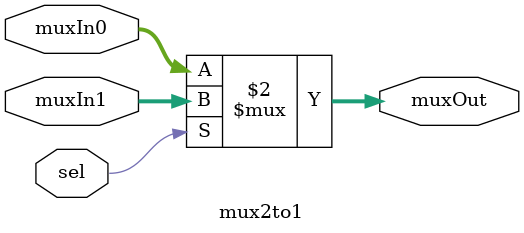
<source format=v>
module mux2to1 (
	sel,
	muxIn0,
	muxIn1,
	muxOut
);
	input sel;
	input [7:0] muxIn0;
	input [7:0] muxIn1;
	output [7:0] muxOut;

assign muxOut = (sel==1) ? muxIn1  : muxIn0  ;

endmodule
</source>
